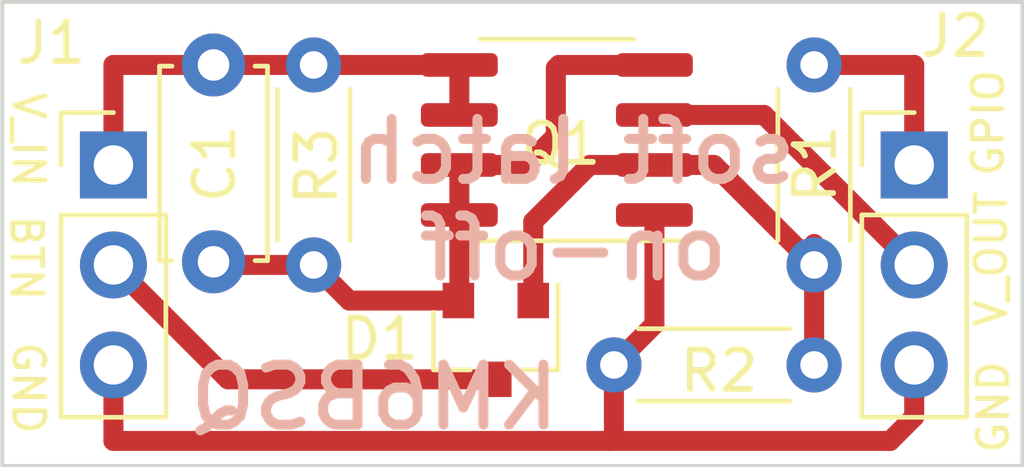
<source format=kicad_pcb>
(kicad_pcb (version 20171130) (host pcbnew "(5.1.12-1-10_14)")

  (general
    (thickness 1.6002)
    (drawings 12)
    (tracks 40)
    (zones 0)
    (modules 8)
    (nets 8)
  )

  (page USLetter)
  (title_block
    (rev 1)
  )

  (layers
    (0 Front signal)
    (31 Back signal)
    (34 B.Paste user)
    (35 F.Paste user)
    (36 B.SilkS user)
    (37 F.SilkS user)
    (38 B.Mask user)
    (39 F.Mask user)
    (44 Edge.Cuts user)
    (45 Margin user)
    (46 B.CrtYd user)
    (47 F.CrtYd user)
    (49 F.Fab user)
  )

  (setup
    (last_trace_width 0.508)
    (user_trace_width 0.254)
    (user_trace_width 0.508)
    (user_trace_width 0.762)
    (trace_clearance 0.1524)
    (zone_clearance 0.508)
    (zone_45_only no)
    (trace_min 0.1524)
    (via_size 0.508)
    (via_drill 0.254)
    (via_min_size 0.508)
    (via_min_drill 0.254)
    (user_via 0.6858 0.3302)
    (user_via 0.889 0.381)
    (uvia_size 0.6858)
    (uvia_drill 0.254)
    (uvias_allowed no)
    (uvia_min_size 0)
    (uvia_min_drill 0)
    (edge_width 0.0381)
    (segment_width 0.254)
    (pcb_text_width 0.3048)
    (pcb_text_size 1.524 1.524)
    (mod_edge_width 0.127)
    (mod_text_size 0.762 0.762)
    (mod_text_width 0.127)
    (pad_size 1.524 1.524)
    (pad_drill 0.762)
    (pad_to_mask_clearance 0)
    (aux_axis_origin 0 0)
    (visible_elements FFFFFF7F)
    (pcbplotparams
      (layerselection 0x010fc_ffffffff)
      (usegerberextensions false)
      (usegerberattributes false)
      (usegerberadvancedattributes false)
      (creategerberjobfile false)
      (excludeedgelayer true)
      (linewidth 0.152400)
      (plotframeref false)
      (viasonmask false)
      (mode 1)
      (useauxorigin false)
      (hpglpennumber 1)
      (hpglpenspeed 20)
      (hpglpendiameter 15.000000)
      (psnegative false)
      (psa4output false)
      (plotreference true)
      (plotvalue false)
      (plotinvisibletext false)
      (padsonsilk false)
      (subtractmaskfromsilk true)
      (outputformat 1)
      (mirror false)
      (drillshape 0)
      (scaleselection 1)
      (outputdirectory "./gerbers"))
  )

  (net 0 "")
  (net 1 "Net-(C1-Pad2)")
  (net 2 V_IN)
  (net 3 BTN)
  (net 4 "Net-(D1-Pad1)")
  (net 5 GND)
  (net 6 V_OUT)
  (net 7 GPIO)

  (net_class Default "This is the default net class."
    (clearance 0.1524)
    (trace_width 0.1524)
    (via_dia 0.508)
    (via_drill 0.254)
    (uvia_dia 0.6858)
    (uvia_drill 0.254)
    (diff_pair_width 0.1524)
    (diff_pair_gap 0.1524)
    (add_net BTN)
    (add_net GND)
    (add_net GPIO)
    (add_net "Net-(C1-Pad2)")
    (add_net "Net-(D1-Pad1)")
    (add_net V_IN)
    (add_net V_OUT)
  )

  (module Package_TO_SOT_SMD:SOT-23 (layer Front) (tedit 5A02FF57) (tstamp 619F5A91)
    (at 134.1628 113.665 270)
    (descr "SOT-23, Standard")
    (tags SOT-23)
    (path /61A0B32A)
    (attr smd)
    (fp_text reference D1 (at -0.0254 2.9464 180) (layer F.SilkS)
      (effects (font (size 1 1) (thickness 0.15)))
    )
    (fp_text value D_Schottky_x2_KCom_AAK (at 0 2.5 90) (layer F.Fab) hide
      (effects (font (size 1 1) (thickness 0.15)))
    )
    (fp_text user %R (at 0 0) (layer F.Fab)
      (effects (font (size 0.5 0.5) (thickness 0.075)))
    )
    (fp_line (start -0.7 -0.95) (end -0.7 1.5) (layer F.Fab) (width 0.1))
    (fp_line (start -0.15 -1.52) (end 0.7 -1.52) (layer F.Fab) (width 0.1))
    (fp_line (start -0.7 -0.95) (end -0.15 -1.52) (layer F.Fab) (width 0.1))
    (fp_line (start 0.7 -1.52) (end 0.7 1.52) (layer F.Fab) (width 0.1))
    (fp_line (start -0.7 1.52) (end 0.7 1.52) (layer F.Fab) (width 0.1))
    (fp_line (start 0.76 1.58) (end 0.76 0.65) (layer F.SilkS) (width 0.12))
    (fp_line (start 0.76 -1.58) (end 0.76 -0.65) (layer F.SilkS) (width 0.12))
    (fp_line (start -1.7 -1.75) (end 1.7 -1.75) (layer F.CrtYd) (width 0.05))
    (fp_line (start 1.7 -1.75) (end 1.7 1.75) (layer F.CrtYd) (width 0.05))
    (fp_line (start 1.7 1.75) (end -1.7 1.75) (layer F.CrtYd) (width 0.05))
    (fp_line (start -1.7 1.75) (end -1.7 -1.75) (layer F.CrtYd) (width 0.05))
    (fp_line (start 0.76 -1.58) (end -1.4 -1.58) (layer F.SilkS) (width 0.12))
    (fp_line (start 0.76 1.58) (end -0.7 1.58) (layer F.SilkS) (width 0.12))
    (pad 3 smd rect (at 1 0 270) (size 0.9 0.8) (layers Front F.Paste F.Mask)
      (net 3 BTN))
    (pad 2 smd rect (at -1 0.95 270) (size 0.9 0.8) (layers Front F.Paste F.Mask)
      (net 1 "Net-(C1-Pad2)"))
    (pad 1 smd rect (at -1 -0.95 270) (size 0.9 0.8) (layers Front F.Paste F.Mask)
      (net 4 "Net-(D1-Pad1)"))
    (model ${KISYS3DMOD}/Package_TO_SOT_SMD.3dshapes/SOT-23.wrl
      (at (xyz 0 0 0))
      (scale (xyz 1 1 1))
      (rotate (xyz 0 0 0))
    )
  )

  (module Resistor_THT:R_Axial_DIN0204_L3.6mm_D1.6mm_P5.08mm_Horizontal (layer Front) (tedit 5AE5139B) (tstamp 619F61CD)
    (at 129.54 106.68 270)
    (descr "Resistor, Axial_DIN0204 series, Axial, Horizontal, pin pitch=5.08mm, 0.167W, length*diameter=3.6*1.6mm^2, http://cdn-reichelt.de/documents/datenblatt/B400/1_4W%23YAG.pdf")
    (tags "Resistor Axial_DIN0204 series Axial Horizontal pin pitch 5.08mm 0.167W length 3.6mm diameter 1.6mm")
    (path /61A0A18A)
    (fp_text reference R3 (at 2.5654 -0.0762 90) (layer F.SilkS)
      (effects (font (size 1 1) (thickness 0.15)))
    )
    (fp_text value 100k (at 2.54 1.92 90) (layer F.Fab) hide
      (effects (font (size 1 1) (thickness 0.15)))
    )
    (fp_text user %R (at 2.54 0 90) (layer F.Fab)
      (effects (font (size 0.72 0.72) (thickness 0.108)))
    )
    (fp_line (start 0.74 -0.8) (end 0.74 0.8) (layer F.Fab) (width 0.1))
    (fp_line (start 0.74 0.8) (end 4.34 0.8) (layer F.Fab) (width 0.1))
    (fp_line (start 4.34 0.8) (end 4.34 -0.8) (layer F.Fab) (width 0.1))
    (fp_line (start 4.34 -0.8) (end 0.74 -0.8) (layer F.Fab) (width 0.1))
    (fp_line (start 0 0) (end 0.74 0) (layer F.Fab) (width 0.1))
    (fp_line (start 5.08 0) (end 4.34 0) (layer F.Fab) (width 0.1))
    (fp_line (start 0.62 -0.92) (end 4.46 -0.92) (layer F.SilkS) (width 0.12))
    (fp_line (start 0.62 0.92) (end 4.46 0.92) (layer F.SilkS) (width 0.12))
    (fp_line (start -0.95 -1.05) (end -0.95 1.05) (layer F.CrtYd) (width 0.05))
    (fp_line (start -0.95 1.05) (end 6.03 1.05) (layer F.CrtYd) (width 0.05))
    (fp_line (start 6.03 1.05) (end 6.03 -1.05) (layer F.CrtYd) (width 0.05))
    (fp_line (start 6.03 -1.05) (end -0.95 -1.05) (layer F.CrtYd) (width 0.05))
    (pad 2 thru_hole oval (at 5.08 0 270) (size 1.4 1.4) (drill 0.7) (layers *.Cu *.Mask)
      (net 1 "Net-(C1-Pad2)"))
    (pad 1 thru_hole circle (at 0 0 270) (size 1.4 1.4) (drill 0.7) (layers *.Cu *.Mask)
      (net 2 V_IN))
    (model ${KISYS3DMOD}/Resistor_THT.3dshapes/R_Axial_DIN0204_L3.6mm_D1.6mm_P5.08mm_Horizontal.wrl
      (at (xyz 0 0 0))
      (scale (xyz 1 1 1))
      (rotate (xyz 0 0 0))
    )
  )

  (module Resistor_THT:R_Axial_DIN0204_L3.6mm_D1.6mm_P5.08mm_Horizontal (layer Front) (tedit 5AE5139B) (tstamp 619F5AFF)
    (at 142.24 114.3 180)
    (descr "Resistor, Axial_DIN0204 series, Axial, Horizontal, pin pitch=5.08mm, 0.167W, length*diameter=3.6*1.6mm^2, http://cdn-reichelt.de/documents/datenblatt/B400/1_4W%23YAG.pdf")
    (tags "Resistor Axial_DIN0204 series Axial Horizontal pin pitch 5.08mm 0.167W length 3.6mm diameter 1.6mm")
    (path /61A03D02)
    (fp_text reference R2 (at 2.413 -0.1524) (layer F.SilkS)
      (effects (font (size 1 1) (thickness 0.15)))
    )
    (fp_text value 1M (at 2.54 1.92) (layer F.Fab) hide
      (effects (font (size 1 1) (thickness 0.15)))
    )
    (fp_text user %R (at 2.54 0) (layer F.Fab)
      (effects (font (size 0.72 0.72) (thickness 0.108)))
    )
    (fp_line (start 0.74 -0.8) (end 0.74 0.8) (layer F.Fab) (width 0.1))
    (fp_line (start 0.74 0.8) (end 4.34 0.8) (layer F.Fab) (width 0.1))
    (fp_line (start 4.34 0.8) (end 4.34 -0.8) (layer F.Fab) (width 0.1))
    (fp_line (start 4.34 -0.8) (end 0.74 -0.8) (layer F.Fab) (width 0.1))
    (fp_line (start 0 0) (end 0.74 0) (layer F.Fab) (width 0.1))
    (fp_line (start 5.08 0) (end 4.34 0) (layer F.Fab) (width 0.1))
    (fp_line (start 0.62 -0.92) (end 4.46 -0.92) (layer F.SilkS) (width 0.12))
    (fp_line (start 0.62 0.92) (end 4.46 0.92) (layer F.SilkS) (width 0.12))
    (fp_line (start -0.95 -1.05) (end -0.95 1.05) (layer F.CrtYd) (width 0.05))
    (fp_line (start -0.95 1.05) (end 6.03 1.05) (layer F.CrtYd) (width 0.05))
    (fp_line (start 6.03 1.05) (end 6.03 -1.05) (layer F.CrtYd) (width 0.05))
    (fp_line (start 6.03 -1.05) (end -0.95 -1.05) (layer F.CrtYd) (width 0.05))
    (pad 2 thru_hole oval (at 5.08 0 180) (size 1.4 1.4) (drill 0.7) (layers *.Cu *.Mask)
      (net 5 GND))
    (pad 1 thru_hole circle (at 0 0 180) (size 1.4 1.4) (drill 0.7) (layers *.Cu *.Mask)
      (net 4 "Net-(D1-Pad1)"))
    (model ${KISYS3DMOD}/Resistor_THT.3dshapes/R_Axial_DIN0204_L3.6mm_D1.6mm_P5.08mm_Horizontal.wrl
      (at (xyz 0 0 0))
      (scale (xyz 1 1 1))
      (rotate (xyz 0 0 0))
    )
  )

  (module Resistor_THT:R_Axial_DIN0204_L3.6mm_D1.6mm_P5.08mm_Horizontal (layer Front) (tedit 5AE5139B) (tstamp 619F5AEC)
    (at 142.24 111.76 90)
    (descr "Resistor, Axial_DIN0204 series, Axial, Horizontal, pin pitch=5.08mm, 0.167W, length*diameter=3.6*1.6mm^2, http://cdn-reichelt.de/documents/datenblatt/B400/1_4W%23YAG.pdf")
    (tags "Resistor Axial_DIN0204 series Axial Horizontal pin pitch 5.08mm 0.167W length 3.6mm diameter 1.6mm")
    (path /61A06E13)
    (fp_text reference R1 (at 2.5654 0.0254 90) (layer F.SilkS)
      (effects (font (size 1 1) (thickness 0.15)))
    )
    (fp_text value 330 (at 2.54 1.92 90) (layer F.Fab) hide
      (effects (font (size 1 1) (thickness 0.15)))
    )
    (fp_text user %R (at 2.54 0 90) (layer F.Fab)
      (effects (font (size 0.72 0.72) (thickness 0.108)))
    )
    (fp_line (start 0.74 -0.8) (end 0.74 0.8) (layer F.Fab) (width 0.1))
    (fp_line (start 0.74 0.8) (end 4.34 0.8) (layer F.Fab) (width 0.1))
    (fp_line (start 4.34 0.8) (end 4.34 -0.8) (layer F.Fab) (width 0.1))
    (fp_line (start 4.34 -0.8) (end 0.74 -0.8) (layer F.Fab) (width 0.1))
    (fp_line (start 0 0) (end 0.74 0) (layer F.Fab) (width 0.1))
    (fp_line (start 5.08 0) (end 4.34 0) (layer F.Fab) (width 0.1))
    (fp_line (start 0.62 -0.92) (end 4.46 -0.92) (layer F.SilkS) (width 0.12))
    (fp_line (start 0.62 0.92) (end 4.46 0.92) (layer F.SilkS) (width 0.12))
    (fp_line (start -0.95 -1.05) (end -0.95 1.05) (layer F.CrtYd) (width 0.05))
    (fp_line (start -0.95 1.05) (end 6.03 1.05) (layer F.CrtYd) (width 0.05))
    (fp_line (start 6.03 1.05) (end 6.03 -1.05) (layer F.CrtYd) (width 0.05))
    (fp_line (start 6.03 -1.05) (end -0.95 -1.05) (layer F.CrtYd) (width 0.05))
    (pad 2 thru_hole oval (at 5.08 0 90) (size 1.4 1.4) (drill 0.7) (layers *.Cu *.Mask)
      (net 7 GPIO))
    (pad 1 thru_hole circle (at 0 0 90) (size 1.4 1.4) (drill 0.7) (layers *.Cu *.Mask)
      (net 4 "Net-(D1-Pad1)"))
    (model ${KISYS3DMOD}/Resistor_THT.3dshapes/R_Axial_DIN0204_L3.6mm_D1.6mm_P5.08mm_Horizontal.wrl
      (at (xyz 0 0 0))
      (scale (xyz 1 1 1))
      (rotate (xyz 0 0 0))
    )
  )

  (module Package_SO:SOIC-8_3.9x4.9mm_P1.27mm (layer Front) (tedit 5D9F72B1) (tstamp 619F5AD9)
    (at 135.7122 108.585 180)
    (descr "SOIC, 8 Pin (JEDEC MS-012AA, https://www.analog.com/media/en/package-pcb-resources/package/pkg_pdf/soic_narrow-r/r_8.pdf), generated with kicad-footprint-generator ipc_gullwing_generator.py")
    (tags "SOIC SO")
    (path /619F3F89)
    (attr smd)
    (fp_text reference Q1 (at -0.1016 -0.1016) (layer F.SilkS)
      (effects (font (size 1 1) (thickness 0.15)))
    )
    (fp_text value SI9942DY (at 0 3.4) (layer F.Fab) hide
      (effects (font (size 1 1) (thickness 0.15)))
    )
    (fp_text user %R (at 0 0) (layer F.Fab)
      (effects (font (size 0.98 0.98) (thickness 0.15)))
    )
    (fp_line (start 0 2.56) (end 1.95 2.56) (layer F.SilkS) (width 0.12))
    (fp_line (start 0 2.56) (end -1.95 2.56) (layer F.SilkS) (width 0.12))
    (fp_line (start 0 -2.56) (end 1.95 -2.56) (layer F.SilkS) (width 0.12))
    (fp_line (start 0 -2.56) (end -3.45 -2.56) (layer F.SilkS) (width 0.12))
    (fp_line (start -0.975 -2.45) (end 1.95 -2.45) (layer F.Fab) (width 0.1))
    (fp_line (start 1.95 -2.45) (end 1.95 2.45) (layer F.Fab) (width 0.1))
    (fp_line (start 1.95 2.45) (end -1.95 2.45) (layer F.Fab) (width 0.1))
    (fp_line (start -1.95 2.45) (end -1.95 -1.475) (layer F.Fab) (width 0.1))
    (fp_line (start -1.95 -1.475) (end -0.975 -2.45) (layer F.Fab) (width 0.1))
    (fp_line (start -3.7 -2.7) (end -3.7 2.7) (layer F.CrtYd) (width 0.05))
    (fp_line (start -3.7 2.7) (end 3.7 2.7) (layer F.CrtYd) (width 0.05))
    (fp_line (start 3.7 2.7) (end 3.7 -2.7) (layer F.CrtYd) (width 0.05))
    (fp_line (start 3.7 -2.7) (end -3.7 -2.7) (layer F.CrtYd) (width 0.05))
    (pad 8 smd roundrect (at 2.475 -1.905 180) (size 1.95 0.6) (layers Front F.Paste F.Mask) (roundrect_rratio 0.25)
      (net 1 "Net-(C1-Pad2)"))
    (pad 7 smd roundrect (at 2.475 -0.635 180) (size 1.95 0.6) (layers Front F.Paste F.Mask) (roundrect_rratio 0.25)
      (net 1 "Net-(C1-Pad2)"))
    (pad 6 smd roundrect (at 2.475 0.635 180) (size 1.95 0.6) (layers Front F.Paste F.Mask) (roundrect_rratio 0.25)
      (net 2 V_IN))
    (pad 5 smd roundrect (at 2.475 1.905 180) (size 1.95 0.6) (layers Front F.Paste F.Mask) (roundrect_rratio 0.25)
      (net 2 V_IN))
    (pad 4 smd roundrect (at -2.475 1.905 180) (size 1.95 0.6) (layers Front F.Paste F.Mask) (roundrect_rratio 0.25)
      (net 1 "Net-(C1-Pad2)"))
    (pad 3 smd roundrect (at -2.475 0.635 180) (size 1.95 0.6) (layers Front F.Paste F.Mask) (roundrect_rratio 0.25)
      (net 6 V_OUT))
    (pad 2 smd roundrect (at -2.475 -0.635 180) (size 1.95 0.6) (layers Front F.Paste F.Mask) (roundrect_rratio 0.25)
      (net 4 "Net-(D1-Pad1)"))
    (pad 1 smd roundrect (at -2.475 -1.905 180) (size 1.95 0.6) (layers Front F.Paste F.Mask) (roundrect_rratio 0.25)
      (net 5 GND))
    (model ${KISYS3DMOD}/Package_SO.3dshapes/SOIC-8_3.9x4.9mm_P1.27mm.wrl
      (at (xyz 0 0 0))
      (scale (xyz 1 1 1))
      (rotate (xyz 0 0 0))
    )
  )

  (module Connector_PinHeader_2.54mm:PinHeader_1x03_P2.54mm_Vertical (layer Front) (tedit 59FED5CC) (tstamp 619F5ABF)
    (at 144.78 109.22)
    (descr "Through hole straight pin header, 1x03, 2.54mm pitch, single row")
    (tags "Through hole pin header THT 1x03 2.54mm single row")
    (path /61A07BDE)
    (fp_text reference J2 (at 1.0414 -3.2766) (layer F.SilkS)
      (effects (font (size 1 1) (thickness 0.15)))
    )
    (fp_text value Conn_01x03 (at 0 7.41) (layer F.Fab) hide
      (effects (font (size 1 1) (thickness 0.15)))
    )
    (fp_text user %R (at 0 2.54 90) (layer F.Fab)
      (effects (font (size 1 1) (thickness 0.15)))
    )
    (fp_line (start -0.635 -1.27) (end 1.27 -1.27) (layer F.Fab) (width 0.1))
    (fp_line (start 1.27 -1.27) (end 1.27 6.35) (layer F.Fab) (width 0.1))
    (fp_line (start 1.27 6.35) (end -1.27 6.35) (layer F.Fab) (width 0.1))
    (fp_line (start -1.27 6.35) (end -1.27 -0.635) (layer F.Fab) (width 0.1))
    (fp_line (start -1.27 -0.635) (end -0.635 -1.27) (layer F.Fab) (width 0.1))
    (fp_line (start -1.33 6.41) (end 1.33 6.41) (layer F.SilkS) (width 0.12))
    (fp_line (start -1.33 1.27) (end -1.33 6.41) (layer F.SilkS) (width 0.12))
    (fp_line (start 1.33 1.27) (end 1.33 6.41) (layer F.SilkS) (width 0.12))
    (fp_line (start -1.33 1.27) (end 1.33 1.27) (layer F.SilkS) (width 0.12))
    (fp_line (start -1.33 0) (end -1.33 -1.33) (layer F.SilkS) (width 0.12))
    (fp_line (start -1.33 -1.33) (end 0 -1.33) (layer F.SilkS) (width 0.12))
    (fp_line (start -1.8 -1.8) (end -1.8 6.85) (layer F.CrtYd) (width 0.05))
    (fp_line (start -1.8 6.85) (end 1.8 6.85) (layer F.CrtYd) (width 0.05))
    (fp_line (start 1.8 6.85) (end 1.8 -1.8) (layer F.CrtYd) (width 0.05))
    (fp_line (start 1.8 -1.8) (end -1.8 -1.8) (layer F.CrtYd) (width 0.05))
    (pad 3 thru_hole oval (at 0 5.08) (size 1.7 1.7) (drill 1) (layers *.Cu *.Mask)
      (net 5 GND))
    (pad 2 thru_hole oval (at 0 2.54) (size 1.7 1.7) (drill 1) (layers *.Cu *.Mask)
      (net 6 V_OUT))
    (pad 1 thru_hole rect (at 0 0) (size 1.7 1.7) (drill 1) (layers *.Cu *.Mask)
      (net 7 GPIO))
    (model ${KISYS3DMOD}/Connector_PinHeader_2.54mm.3dshapes/PinHeader_1x03_P2.54mm_Vertical.wrl
      (at (xyz 0 0 0))
      (scale (xyz 1 1 1))
      (rotate (xyz 0 0 0))
    )
  )

  (module Connector_PinHeader_2.54mm:PinHeader_1x03_P2.54mm_Vertical (layer Front) (tedit 59FED5CC) (tstamp 619F6477)
    (at 124.46 109.22)
    (descr "Through hole straight pin header, 1x03, 2.54mm pitch, single row")
    (tags "Through hole pin header THT 1x03 2.54mm single row")
    (path /61A1AA6C)
    (fp_text reference J1 (at -1.5748 -3.0988) (layer F.SilkS)
      (effects (font (size 1 1) (thickness 0.15)))
    )
    (fp_text value Conn_01x03 (at 0 7.41) (layer F.Fab) hide
      (effects (font (size 1 1) (thickness 0.15)))
    )
    (fp_text user %R (at 0 2.54 90) (layer F.Fab)
      (effects (font (size 1 1) (thickness 0.15)))
    )
    (fp_line (start -0.635 -1.27) (end 1.27 -1.27) (layer F.Fab) (width 0.1))
    (fp_line (start 1.27 -1.27) (end 1.27 6.35) (layer F.Fab) (width 0.1))
    (fp_line (start 1.27 6.35) (end -1.27 6.35) (layer F.Fab) (width 0.1))
    (fp_line (start -1.27 6.35) (end -1.27 -0.635) (layer F.Fab) (width 0.1))
    (fp_line (start -1.27 -0.635) (end -0.635 -1.27) (layer F.Fab) (width 0.1))
    (fp_line (start -1.33 6.41) (end 1.33 6.41) (layer F.SilkS) (width 0.12))
    (fp_line (start -1.33 1.27) (end -1.33 6.41) (layer F.SilkS) (width 0.12))
    (fp_line (start 1.33 1.27) (end 1.33 6.41) (layer F.SilkS) (width 0.12))
    (fp_line (start -1.33 1.27) (end 1.33 1.27) (layer F.SilkS) (width 0.12))
    (fp_line (start -1.33 0) (end -1.33 -1.33) (layer F.SilkS) (width 0.12))
    (fp_line (start -1.33 -1.33) (end 0 -1.33) (layer F.SilkS) (width 0.12))
    (fp_line (start -1.8 -1.8) (end -1.8 6.85) (layer F.CrtYd) (width 0.05))
    (fp_line (start -1.8 6.85) (end 1.8 6.85) (layer F.CrtYd) (width 0.05))
    (fp_line (start 1.8 6.85) (end 1.8 -1.8) (layer F.CrtYd) (width 0.05))
    (fp_line (start 1.8 -1.8) (end -1.8 -1.8) (layer F.CrtYd) (width 0.05))
    (pad 3 thru_hole oval (at 0 5.08) (size 1.7 1.7) (drill 1) (layers *.Cu *.Mask)
      (net 5 GND))
    (pad 2 thru_hole oval (at 0 2.54) (size 1.7 1.7) (drill 1) (layers *.Cu *.Mask)
      (net 3 BTN))
    (pad 1 thru_hole rect (at 0 0) (size 1.7 1.7) (drill 1) (layers *.Cu *.Mask)
      (net 2 V_IN))
    (model ${KISYS3DMOD}/Connector_PinHeader_2.54mm.3dshapes/PinHeader_1x03_P2.54mm_Vertical.wrl
      (at (xyz 0 0 0))
      (scale (xyz 1 1 1))
      (rotate (xyz 0 0 0))
    )
  )

  (module Capacitor_THT:C_Disc_D4.7mm_W2.5mm_P5.00mm (layer Front) (tedit 5AE50EF0) (tstamp 619F6368)
    (at 127 106.68 270)
    (descr "C, Disc series, Radial, pin pitch=5.00mm, , diameter*width=4.7*2.5mm^2, Capacitor, http://www.vishay.com/docs/45233/krseries.pdf")
    (tags "C Disc series Radial pin pitch 5.00mm  diameter 4.7mm width 2.5mm Capacitor")
    (path /61A027E5)
    (fp_text reference C1 (at 2.5146 -0.0254 90) (layer F.SilkS)
      (effects (font (size 1 1) (thickness 0.15)))
    )
    (fp_text value 10nF (at 2.5 2.5 90) (layer F.Fab) hide
      (effects (font (size 1 1) (thickness 0.15)))
    )
    (fp_text user %R (at 2.5 0 90) (layer F.Fab)
      (effects (font (size 0.94 0.94) (thickness 0.141)))
    )
    (fp_line (start 0.15 -1.25) (end 0.15 1.25) (layer F.Fab) (width 0.1))
    (fp_line (start 0.15 1.25) (end 4.85 1.25) (layer F.Fab) (width 0.1))
    (fp_line (start 4.85 1.25) (end 4.85 -1.25) (layer F.Fab) (width 0.1))
    (fp_line (start 4.85 -1.25) (end 0.15 -1.25) (layer F.Fab) (width 0.1))
    (fp_line (start 0.03 -1.37) (end 4.97 -1.37) (layer F.SilkS) (width 0.12))
    (fp_line (start 0.03 1.37) (end 4.97 1.37) (layer F.SilkS) (width 0.12))
    (fp_line (start 0.03 -1.37) (end 0.03 -1.055) (layer F.SilkS) (width 0.12))
    (fp_line (start 0.03 1.055) (end 0.03 1.37) (layer F.SilkS) (width 0.12))
    (fp_line (start 4.97 -1.37) (end 4.97 -1.055) (layer F.SilkS) (width 0.12))
    (fp_line (start 4.97 1.055) (end 4.97 1.37) (layer F.SilkS) (width 0.12))
    (fp_line (start -1.05 -1.5) (end -1.05 1.5) (layer F.CrtYd) (width 0.05))
    (fp_line (start -1.05 1.5) (end 6.05 1.5) (layer F.CrtYd) (width 0.05))
    (fp_line (start 6.05 1.5) (end 6.05 -1.5) (layer F.CrtYd) (width 0.05))
    (fp_line (start 6.05 -1.5) (end -1.05 -1.5) (layer F.CrtYd) (width 0.05))
    (pad 2 thru_hole circle (at 5 0 270) (size 1.6 1.6) (drill 0.8) (layers *.Cu *.Mask)
      (net 1 "Net-(C1-Pad2)"))
    (pad 1 thru_hole circle (at 0 0 270) (size 1.6 1.6) (drill 0.8) (layers *.Cu *.Mask)
      (net 2 V_IN))
    (model ${KISYS3DMOD}/Capacitor_THT.3dshapes/C_Disc_D4.7mm_W2.5mm_P5.00mm.wrl
      (at (xyz 0 0 0))
      (scale (xyz 1 1 1))
      (rotate (xyz 0 0 0))
    )
  )

  (gr_text KM6BSQ (at 131.0894 115.1255) (layer B.SilkS)
    (effects (font (size 1.524 1.524) (thickness 0.254)) (justify mirror))
  )
  (gr_text GND (at 122.301 114.8842 270) (layer F.SilkS)
    (effects (font (size 0.762 0.762) (thickness 0.127)))
  )
  (gr_text BTN (at 122.2502 111.5822 270) (layer F.SilkS)
    (effects (font (size 0.762 0.762) (thickness 0.127)))
  )
  (gr_text V_IN (at 122.301 108.585 270) (layer F.SilkS)
    (effects (font (size 0.762 0.762) (thickness 0.127)))
  )
  (gr_text GPIO (at 146.6596 108.1532 90) (layer F.SilkS)
    (effects (font (size 0.762 0.762) (thickness 0.127)))
  )
  (gr_text V_OUT (at 146.7358 111.6076 90) (layer F.SilkS)
    (effects (font (size 0.762 0.762) (thickness 0.127)))
  )
  (gr_text GND (at 146.7866 115.3668 90) (layer F.SilkS)
    (effects (font (size 0.762 0.762) (thickness 0.127)))
  )
  (gr_text "soft latch \non-off " (at 135.5471 110.109) (layer B.SilkS)
    (effects (font (size 1.524 1.524) (thickness 0.254)) (justify mirror))
  )
  (gr_line (start 147.5232 105.0798) (end 147.5232 116.8654) (layer Edge.Cuts) (width 0.1))
  (gr_line (start 121.6406 105.0798) (end 147.5232 105.0798) (layer Edge.Cuts) (width 0.1) (tstamp 619F6D9F))
  (gr_line (start 121.6406 116.8654) (end 121.6406 105.0798) (layer Edge.Cuts) (width 0.1))
  (gr_line (start 147.5232 116.8654) (end 121.6406 116.8654) (layer Edge.Cuts) (width 0.1))

  (segment (start 133.2372 110.49) (end 133.2372 109.22) (width 0.508) (layer Front) (net 1))
  (segment (start 133.2372 112.6406) (end 133.2128 112.665) (width 0.508) (layer Front) (net 1))
  (segment (start 133.2372 110.49) (end 133.2372 112.6406) (width 0.508) (layer Front) (net 1))
  (segment (start 130.445 112.665) (end 129.54 111.76) (width 0.508) (layer Front) (net 1))
  (segment (start 133.2128 112.665) (end 130.445 112.665) (width 0.508) (layer Front) (net 1))
  (segment (start 127.08 111.76) (end 127 111.68) (width 0.508) (layer Front) (net 1))
  (segment (start 129.54 111.76) (end 127.08 111.76) (width 0.508) (layer Front) (net 1))
  (segment (start 135.6868 106.7562) (end 135.763 106.68) (width 0.508) (layer Front) (net 1))
  (segment (start 135.6868 108.4834) (end 135.6868 106.7562) (width 0.508) (layer Front) (net 1))
  (segment (start 134.9502 109.22) (end 135.6868 108.4834) (width 0.508) (layer Front) (net 1))
  (segment (start 135.763 106.68) (end 138.1872 106.68) (width 0.508) (layer Front) (net 1))
  (segment (start 133.2372 109.22) (end 134.9502 109.22) (width 0.508) (layer Front) (net 1))
  (segment (start 124.46 106.68) (end 127 106.68) (width 0.508) (layer Front) (net 2))
  (segment (start 127 106.68) (end 129.54 106.68) (width 0.508) (layer Front) (net 2))
  (segment (start 129.54 106.68) (end 133.2372 106.68) (width 0.508) (layer Front) (net 2))
  (segment (start 133.2372 107.95) (end 133.2372 106.68) (width 0.508) (layer Front) (net 2))
  (segment (start 124.46 109.22) (end 124.46 106.68) (width 0.508) (layer Front) (net 2))
  (segment (start 124.46 111.76) (end 127.365 114.665) (width 0.508) (layer Front) (net 3))
  (segment (start 127.365 114.665) (end 134.1628 114.665) (width 0.508) (layer Front) (net 3))
  (segment (start 142.24 111.76) (end 142.24 114.3) (width 0.508) (layer Front) (net 4))
  (segment (start 142.24 111.2266) (end 142.24 111.76) (width 0.508) (layer Front) (net 4))
  (segment (start 136.5504 109.22) (end 138.1872 109.22) (width 0.508) (layer Front) (net 4))
  (segment (start 135.1128 110.6576) (end 136.5504 109.22) (width 0.508) (layer Front) (net 4))
  (segment (start 135.1128 112.665) (end 135.1128 110.6576) (width 0.508) (layer Front) (net 4))
  (segment (start 140.2334 109.7534) (end 142.24 111.76) (width 0.508) (layer Front) (net 4))
  (segment (start 139.7 109.22) (end 140.2334 109.7534) (width 0.508) (layer Front) (net 4))
  (segment (start 138.1872 109.22) (end 139.7 109.22) (width 0.508) (layer Front) (net 4))
  (segment (start 138.1872 113.2728) (end 137.16 114.3) (width 0.508) (layer Front) (net 5))
  (segment (start 138.1872 110.49) (end 138.1872 113.2728) (width 0.508) (layer Front) (net 5))
  (segment (start 137.16 116.1288) (end 137.0584 116.2304) (width 0.508) (layer Front) (net 5))
  (segment (start 137.16 114.3) (end 137.16 116.1288) (width 0.508) (layer Front) (net 5))
  (segment (start 137.0584 116.2304) (end 124.46 116.2304) (width 0.508) (layer Front) (net 5))
  (segment (start 144.78 115.6208) (end 144.78 114.3) (width 0.508) (layer Front) (net 5))
  (segment (start 144.1704 116.2304) (end 144.78 115.6208) (width 0.508) (layer Front) (net 5))
  (segment (start 137.0584 116.2304) (end 144.1704 116.2304) (width 0.508) (layer Front) (net 5))
  (segment (start 124.46 116.2304) (end 124.46 114.3) (width 0.508) (layer Front) (net 5))
  (segment (start 140.97 107.95) (end 144.78 111.76) (width 0.508) (layer Front) (net 6))
  (segment (start 138.1872 107.95) (end 140.97 107.95) (width 0.508) (layer Front) (net 6))
  (segment (start 142.24 106.68) (end 144.78 106.68) (width 0.508) (layer Front) (net 7))
  (segment (start 144.78 106.68) (end 144.78 109.22) (width 0.508) (layer Front) (net 7))

)

</source>
